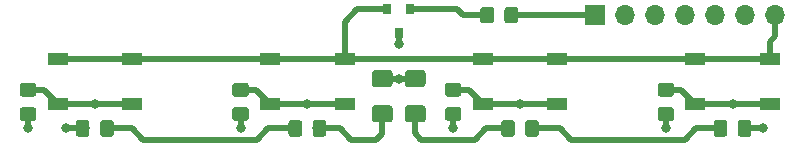
<source format=gbr>
G04 #@! TF.GenerationSoftware,KiCad,Pcbnew,(5.1.0)-1*
G04 #@! TF.CreationDate,2022-02-25T22:57:01-08:00*
G04 #@! TF.ProjectId,BTNPAD_TYPE_B,42544e50-4144-45f5-9459-50455f422e6b,rev?*
G04 #@! TF.SameCoordinates,PX7541940PY6316b30*
G04 #@! TF.FileFunction,Copper,L1,Top*
G04 #@! TF.FilePolarity,Positive*
%FSLAX45Y45*%
G04 Gerber Fmt 4.5, Leading zero omitted, Abs format (unit mm)*
G04 Created by KiCad (PCBNEW (5.1.0)-1) date 2022-02-25 22:57:01*
%MOMM*%
%LPD*%
G04 APERTURE LIST*
%ADD10C,0.100000*%
%ADD11C,1.150000*%
%ADD12R,1.700000X1.700000*%
%ADD13O,1.700000X1.700000*%
%ADD14R,0.800000X0.900000*%
%ADD15C,1.425000*%
%ADD16R,1.700000X1.000000*%
%ADD17C,0.800000*%
%ADD18C,0.500000*%
G04 APERTURE END LIST*
D10*
G36*
X1537750Y420880D02*
G01*
X1540177Y420520D01*
X1542557Y419923D01*
X1544867Y419097D01*
X1547085Y418048D01*
X1549189Y416787D01*
X1551160Y415325D01*
X1552978Y413678D01*
X1554625Y411860D01*
X1556087Y409889D01*
X1557348Y407785D01*
X1558397Y405567D01*
X1559223Y403257D01*
X1559820Y400877D01*
X1560180Y398450D01*
X1560300Y396000D01*
X1560300Y306000D01*
X1560180Y303550D01*
X1559820Y301123D01*
X1559223Y298743D01*
X1558397Y296433D01*
X1557348Y294215D01*
X1556087Y292111D01*
X1554625Y290140D01*
X1552978Y288322D01*
X1551160Y286675D01*
X1549189Y285213D01*
X1547085Y283952D01*
X1544867Y282903D01*
X1542557Y282077D01*
X1540177Y281480D01*
X1537750Y281120D01*
X1535300Y281000D01*
X1470300Y281000D01*
X1467849Y281120D01*
X1465423Y281480D01*
X1463043Y282077D01*
X1460733Y282903D01*
X1458515Y283952D01*
X1456411Y285213D01*
X1454440Y286675D01*
X1452622Y288322D01*
X1450975Y290140D01*
X1449513Y292111D01*
X1448252Y294215D01*
X1447203Y296433D01*
X1446376Y298743D01*
X1445780Y301123D01*
X1445420Y303550D01*
X1445300Y306000D01*
X1445300Y396000D01*
X1445420Y398450D01*
X1445780Y400877D01*
X1446376Y403257D01*
X1447203Y405567D01*
X1448252Y407785D01*
X1449513Y409889D01*
X1450975Y411860D01*
X1452622Y413678D01*
X1454440Y415325D01*
X1456411Y416787D01*
X1458515Y418048D01*
X1460733Y419097D01*
X1463043Y419923D01*
X1465423Y420520D01*
X1467849Y420880D01*
X1470300Y421000D01*
X1535300Y421000D01*
X1537750Y420880D01*
X1537750Y420880D01*
G37*
D11*
X1502800Y351000D03*
D10*
G36*
X1332751Y420880D02*
G01*
X1335177Y420520D01*
X1337557Y419923D01*
X1339867Y419097D01*
X1342085Y418048D01*
X1344189Y416787D01*
X1346160Y415325D01*
X1347978Y413678D01*
X1349625Y411860D01*
X1351087Y409889D01*
X1352348Y407785D01*
X1353397Y405567D01*
X1354224Y403257D01*
X1354820Y400877D01*
X1355180Y398450D01*
X1355300Y396000D01*
X1355300Y306000D01*
X1355180Y303550D01*
X1354820Y301123D01*
X1354224Y298743D01*
X1353397Y296433D01*
X1352348Y294215D01*
X1351087Y292111D01*
X1349625Y290140D01*
X1347978Y288322D01*
X1346160Y286675D01*
X1344189Y285213D01*
X1342085Y283952D01*
X1339867Y282903D01*
X1337557Y282077D01*
X1335177Y281480D01*
X1332751Y281120D01*
X1330300Y281000D01*
X1265300Y281000D01*
X1262850Y281120D01*
X1260423Y281480D01*
X1258043Y282077D01*
X1255733Y282903D01*
X1253515Y283952D01*
X1251411Y285213D01*
X1249440Y286675D01*
X1247622Y288322D01*
X1245975Y290140D01*
X1244513Y292111D01*
X1243252Y294215D01*
X1242203Y296433D01*
X1241377Y298743D01*
X1240780Y301123D01*
X1240420Y303550D01*
X1240300Y306000D01*
X1240300Y396000D01*
X1240420Y398450D01*
X1240780Y400877D01*
X1241377Y403257D01*
X1242203Y405567D01*
X1243252Y407785D01*
X1244513Y409889D01*
X1245975Y411860D01*
X1247622Y413678D01*
X1249440Y415325D01*
X1251411Y416787D01*
X1253515Y418048D01*
X1255733Y419097D01*
X1258043Y419923D01*
X1260423Y420520D01*
X1262850Y420880D01*
X1265300Y421000D01*
X1330300Y421000D01*
X1332751Y420880D01*
X1332751Y420880D01*
G37*
D11*
X1297800Y351000D03*
D10*
G36*
X3132750Y420880D02*
G01*
X3135177Y420520D01*
X3137557Y419923D01*
X3139867Y419097D01*
X3142085Y418048D01*
X3144189Y416787D01*
X3146160Y415325D01*
X3147978Y413678D01*
X3149625Y411860D01*
X3151087Y409889D01*
X3152348Y407785D01*
X3153397Y405567D01*
X3154223Y403257D01*
X3154820Y400877D01*
X3155180Y398450D01*
X3155300Y396000D01*
X3155300Y306000D01*
X3155180Y303550D01*
X3154820Y301123D01*
X3154223Y298743D01*
X3153397Y296433D01*
X3152348Y294215D01*
X3151087Y292111D01*
X3149625Y290140D01*
X3147978Y288322D01*
X3146160Y286675D01*
X3144189Y285213D01*
X3142085Y283952D01*
X3139867Y282903D01*
X3137557Y282077D01*
X3135177Y281480D01*
X3132750Y281120D01*
X3130300Y281000D01*
X3065300Y281000D01*
X3062849Y281120D01*
X3060423Y281480D01*
X3058043Y282077D01*
X3055733Y282903D01*
X3053515Y283952D01*
X3051411Y285213D01*
X3049440Y286675D01*
X3047622Y288322D01*
X3045975Y290140D01*
X3044513Y292111D01*
X3043252Y294215D01*
X3042203Y296433D01*
X3041376Y298743D01*
X3040780Y301123D01*
X3040420Y303550D01*
X3040300Y306000D01*
X3040300Y396000D01*
X3040420Y398450D01*
X3040780Y400877D01*
X3041376Y403257D01*
X3042203Y405567D01*
X3043252Y407785D01*
X3044513Y409889D01*
X3045975Y411860D01*
X3047622Y413678D01*
X3049440Y415325D01*
X3051411Y416787D01*
X3053515Y418048D01*
X3055733Y419097D01*
X3058043Y419923D01*
X3060423Y420520D01*
X3062849Y420880D01*
X3065300Y421000D01*
X3130300Y421000D01*
X3132750Y420880D01*
X3132750Y420880D01*
G37*
D11*
X3097800Y351000D03*
D10*
G36*
X3337750Y420880D02*
G01*
X3340177Y420520D01*
X3342557Y419923D01*
X3344867Y419097D01*
X3347085Y418048D01*
X3349189Y416787D01*
X3351160Y415325D01*
X3352978Y413678D01*
X3354625Y411860D01*
X3356087Y409889D01*
X3357348Y407785D01*
X3358397Y405567D01*
X3359223Y403257D01*
X3359820Y400877D01*
X3360180Y398450D01*
X3360300Y396000D01*
X3360300Y306000D01*
X3360180Y303550D01*
X3359820Y301123D01*
X3359223Y298743D01*
X3358397Y296433D01*
X3357348Y294215D01*
X3356087Y292111D01*
X3354625Y290140D01*
X3352978Y288322D01*
X3351160Y286675D01*
X3349189Y285213D01*
X3347085Y283952D01*
X3344867Y282903D01*
X3342557Y282077D01*
X3340177Y281480D01*
X3337750Y281120D01*
X3335300Y281000D01*
X3270300Y281000D01*
X3267849Y281120D01*
X3265423Y281480D01*
X3263043Y282077D01*
X3260733Y282903D01*
X3258515Y283952D01*
X3256411Y285213D01*
X3254440Y286675D01*
X3252622Y288322D01*
X3250975Y290140D01*
X3249513Y292111D01*
X3248252Y294215D01*
X3247203Y296433D01*
X3246376Y298743D01*
X3245780Y301123D01*
X3245420Y303550D01*
X3245300Y306000D01*
X3245300Y396000D01*
X3245420Y398450D01*
X3245780Y400877D01*
X3246376Y403257D01*
X3247203Y405567D01*
X3248252Y407785D01*
X3249513Y409889D01*
X3250975Y411860D01*
X3252622Y413678D01*
X3254440Y415325D01*
X3256411Y416787D01*
X3258515Y418048D01*
X3260733Y419097D01*
X3263043Y419923D01*
X3265423Y420520D01*
X3267849Y420880D01*
X3270300Y421000D01*
X3335300Y421000D01*
X3337750Y420880D01*
X3337750Y420880D01*
G37*
D11*
X3302800Y351000D03*
D10*
G36*
X4932751Y420880D02*
G01*
X4935177Y420520D01*
X4937557Y419923D01*
X4939867Y419097D01*
X4942085Y418048D01*
X4944189Y416787D01*
X4946160Y415325D01*
X4947978Y413678D01*
X4949625Y411860D01*
X4951087Y409889D01*
X4952348Y407785D01*
X4953397Y405567D01*
X4954224Y403257D01*
X4954820Y400877D01*
X4955180Y398450D01*
X4955300Y396000D01*
X4955300Y306000D01*
X4955180Y303550D01*
X4954820Y301123D01*
X4954224Y298743D01*
X4953397Y296433D01*
X4952348Y294215D01*
X4951087Y292111D01*
X4949625Y290140D01*
X4947978Y288322D01*
X4946160Y286675D01*
X4944189Y285213D01*
X4942085Y283952D01*
X4939867Y282903D01*
X4937557Y282077D01*
X4935177Y281480D01*
X4932751Y281120D01*
X4930300Y281000D01*
X4865300Y281000D01*
X4862850Y281120D01*
X4860423Y281480D01*
X4858043Y282077D01*
X4855733Y282903D01*
X4853515Y283952D01*
X4851411Y285213D01*
X4849440Y286675D01*
X4847622Y288322D01*
X4845975Y290140D01*
X4844513Y292111D01*
X4843252Y294215D01*
X4842203Y296433D01*
X4841377Y298743D01*
X4840780Y301123D01*
X4840420Y303550D01*
X4840300Y306000D01*
X4840300Y396000D01*
X4840420Y398450D01*
X4840780Y400877D01*
X4841377Y403257D01*
X4842203Y405567D01*
X4843252Y407785D01*
X4844513Y409889D01*
X4845975Y411860D01*
X4847622Y413678D01*
X4849440Y415325D01*
X4851411Y416787D01*
X4853515Y418048D01*
X4855733Y419097D01*
X4858043Y419923D01*
X4860423Y420520D01*
X4862850Y420880D01*
X4865300Y421000D01*
X4930300Y421000D01*
X4932751Y420880D01*
X4932751Y420880D01*
G37*
D11*
X4897800Y351000D03*
D10*
G36*
X5137751Y420880D02*
G01*
X5140177Y420520D01*
X5142557Y419923D01*
X5144867Y419097D01*
X5147085Y418048D01*
X5149189Y416787D01*
X5151160Y415325D01*
X5152978Y413678D01*
X5154625Y411860D01*
X5156087Y409889D01*
X5157348Y407785D01*
X5158397Y405567D01*
X5159224Y403257D01*
X5159820Y400877D01*
X5160180Y398450D01*
X5160300Y396000D01*
X5160300Y306000D01*
X5160180Y303550D01*
X5159820Y301123D01*
X5159224Y298743D01*
X5158397Y296433D01*
X5157348Y294215D01*
X5156087Y292111D01*
X5154625Y290140D01*
X5152978Y288322D01*
X5151160Y286675D01*
X5149189Y285213D01*
X5147085Y283952D01*
X5144867Y282903D01*
X5142557Y282077D01*
X5140177Y281480D01*
X5137751Y281120D01*
X5135300Y281000D01*
X5070300Y281000D01*
X5067850Y281120D01*
X5065423Y281480D01*
X5063043Y282077D01*
X5060733Y282903D01*
X5058515Y283952D01*
X5056411Y285213D01*
X5054440Y286675D01*
X5052622Y288322D01*
X5050975Y290140D01*
X5049513Y292111D01*
X5048252Y294215D01*
X5047203Y296433D01*
X5046377Y298743D01*
X5045780Y301123D01*
X5045420Y303550D01*
X5045300Y306000D01*
X5045300Y396000D01*
X5045420Y398450D01*
X5045780Y400877D01*
X5046377Y403257D01*
X5047203Y405567D01*
X5048252Y407785D01*
X5049513Y409889D01*
X5050975Y411860D01*
X5052622Y413678D01*
X5054440Y415325D01*
X5056411Y416787D01*
X5058515Y418048D01*
X5060733Y419097D01*
X5063043Y419923D01*
X5065423Y420520D01*
X5067850Y420880D01*
X5070300Y421000D01*
X5135300Y421000D01*
X5137751Y420880D01*
X5137751Y420880D01*
G37*
D11*
X5102800Y351000D03*
D10*
G36*
X6937750Y420880D02*
G01*
X6940177Y420520D01*
X6942557Y419923D01*
X6944867Y419097D01*
X6947085Y418048D01*
X6949189Y416787D01*
X6951160Y415325D01*
X6952978Y413678D01*
X6954625Y411860D01*
X6956087Y409889D01*
X6957348Y407785D01*
X6958397Y405567D01*
X6959223Y403257D01*
X6959820Y400877D01*
X6960180Y398450D01*
X6960300Y396000D01*
X6960300Y306000D01*
X6960180Y303550D01*
X6959820Y301123D01*
X6959223Y298743D01*
X6958397Y296433D01*
X6957348Y294215D01*
X6956087Y292111D01*
X6954625Y290140D01*
X6952978Y288322D01*
X6951160Y286675D01*
X6949189Y285213D01*
X6947085Y283952D01*
X6944867Y282903D01*
X6942557Y282077D01*
X6940177Y281480D01*
X6937750Y281120D01*
X6935300Y281000D01*
X6870300Y281000D01*
X6867849Y281120D01*
X6865423Y281480D01*
X6863043Y282077D01*
X6860733Y282903D01*
X6858515Y283952D01*
X6856411Y285213D01*
X6854440Y286675D01*
X6852622Y288322D01*
X6850975Y290140D01*
X6849513Y292111D01*
X6848252Y294215D01*
X6847203Y296433D01*
X6846376Y298743D01*
X6845780Y301123D01*
X6845420Y303550D01*
X6845300Y306000D01*
X6845300Y396000D01*
X6845420Y398450D01*
X6845780Y400877D01*
X6846376Y403257D01*
X6847203Y405567D01*
X6848252Y407785D01*
X6849513Y409889D01*
X6850975Y411860D01*
X6852622Y413678D01*
X6854440Y415325D01*
X6856411Y416787D01*
X6858515Y418048D01*
X6860733Y419097D01*
X6863043Y419923D01*
X6865423Y420520D01*
X6867849Y420880D01*
X6870300Y421000D01*
X6935300Y421000D01*
X6937750Y420880D01*
X6937750Y420880D01*
G37*
D11*
X6902800Y351000D03*
D10*
G36*
X6732750Y420880D02*
G01*
X6735177Y420520D01*
X6737557Y419923D01*
X6739867Y419097D01*
X6742085Y418048D01*
X6744189Y416787D01*
X6746160Y415325D01*
X6747978Y413678D01*
X6749625Y411860D01*
X6751087Y409889D01*
X6752348Y407785D01*
X6753397Y405567D01*
X6754223Y403257D01*
X6754820Y400877D01*
X6755180Y398450D01*
X6755300Y396000D01*
X6755300Y306000D01*
X6755180Y303550D01*
X6754820Y301123D01*
X6754223Y298743D01*
X6753397Y296433D01*
X6752348Y294215D01*
X6751087Y292111D01*
X6749625Y290140D01*
X6747978Y288322D01*
X6746160Y286675D01*
X6744189Y285213D01*
X6742085Y283952D01*
X6739867Y282903D01*
X6737557Y282077D01*
X6735177Y281480D01*
X6732750Y281120D01*
X6730300Y281000D01*
X6665300Y281000D01*
X6662849Y281120D01*
X6660423Y281480D01*
X6658043Y282077D01*
X6655733Y282903D01*
X6653515Y283952D01*
X6651411Y285213D01*
X6649440Y286675D01*
X6647622Y288322D01*
X6645975Y290140D01*
X6644513Y292111D01*
X6643252Y294215D01*
X6642203Y296433D01*
X6641376Y298743D01*
X6640780Y301123D01*
X6640420Y303550D01*
X6640300Y306000D01*
X6640300Y396000D01*
X6640420Y398450D01*
X6640780Y400877D01*
X6641376Y403257D01*
X6642203Y405567D01*
X6643252Y407785D01*
X6644513Y409889D01*
X6645975Y411860D01*
X6647622Y413678D01*
X6649440Y415325D01*
X6651411Y416787D01*
X6653515Y418048D01*
X6655733Y419097D01*
X6658043Y419923D01*
X6660423Y420520D01*
X6662849Y420880D01*
X6665300Y421000D01*
X6730300Y421000D01*
X6732750Y420880D01*
X6732750Y420880D01*
G37*
D11*
X6697800Y351000D03*
D12*
X5637200Y1309700D03*
D13*
X5891200Y1309700D03*
X6145200Y1309700D03*
X6399200Y1309700D03*
X6653200Y1309700D03*
X6907200Y1309700D03*
X7161200Y1309700D03*
D14*
X4068500Y1361440D03*
X3878500Y1361440D03*
X3973500Y1161440D03*
D10*
G36*
X882750Y735080D02*
G01*
X885177Y734720D01*
X887557Y734123D01*
X889867Y733297D01*
X892085Y732248D01*
X894189Y730987D01*
X896160Y729525D01*
X897978Y727878D01*
X899625Y726060D01*
X901087Y724089D01*
X902348Y721985D01*
X903397Y719767D01*
X904223Y717457D01*
X904820Y715077D01*
X905180Y712650D01*
X905300Y710200D01*
X905300Y645200D01*
X905180Y642750D01*
X904820Y640323D01*
X904223Y637943D01*
X903397Y635633D01*
X902348Y633415D01*
X901087Y631311D01*
X899625Y629340D01*
X897978Y627522D01*
X896160Y625875D01*
X894189Y624413D01*
X892085Y623152D01*
X889867Y622103D01*
X887557Y621277D01*
X885177Y620680D01*
X882750Y620320D01*
X880300Y620200D01*
X790300Y620200D01*
X787849Y620320D01*
X785423Y620680D01*
X783043Y621277D01*
X780733Y622103D01*
X778515Y623152D01*
X776411Y624413D01*
X774440Y625875D01*
X772622Y627522D01*
X770975Y629340D01*
X769513Y631311D01*
X768252Y633415D01*
X767203Y635633D01*
X766376Y637943D01*
X765780Y640323D01*
X765420Y642750D01*
X765300Y645200D01*
X765300Y710200D01*
X765420Y712650D01*
X765780Y715077D01*
X766376Y717457D01*
X767203Y719767D01*
X768252Y721985D01*
X769513Y724089D01*
X770975Y726060D01*
X772622Y727878D01*
X774440Y729525D01*
X776411Y730987D01*
X778515Y732248D01*
X780733Y733297D01*
X783043Y734123D01*
X785423Y734720D01*
X787849Y735080D01*
X790300Y735200D01*
X880300Y735200D01*
X882750Y735080D01*
X882750Y735080D01*
G37*
D11*
X835300Y677700D03*
D10*
G36*
X882750Y530080D02*
G01*
X885177Y529720D01*
X887557Y529124D01*
X889867Y528297D01*
X892085Y527248D01*
X894189Y525987D01*
X896160Y524525D01*
X897978Y522878D01*
X899625Y521060D01*
X901087Y519089D01*
X902348Y516985D01*
X903397Y514767D01*
X904223Y512457D01*
X904820Y510077D01*
X905180Y507650D01*
X905300Y505200D01*
X905300Y440200D01*
X905180Y437749D01*
X904820Y435323D01*
X904223Y432943D01*
X903397Y430633D01*
X902348Y428415D01*
X901087Y426311D01*
X899625Y424340D01*
X897978Y422522D01*
X896160Y420875D01*
X894189Y419413D01*
X892085Y418152D01*
X889867Y417103D01*
X887557Y416276D01*
X885177Y415680D01*
X882750Y415320D01*
X880300Y415200D01*
X790300Y415200D01*
X787849Y415320D01*
X785423Y415680D01*
X783043Y416276D01*
X780733Y417103D01*
X778515Y418152D01*
X776411Y419413D01*
X774440Y420875D01*
X772622Y422522D01*
X770975Y424340D01*
X769513Y426311D01*
X768252Y428415D01*
X767203Y430633D01*
X766376Y432943D01*
X765780Y435323D01*
X765420Y437749D01*
X765300Y440200D01*
X765300Y505200D01*
X765420Y507650D01*
X765780Y510077D01*
X766376Y512457D01*
X767203Y514767D01*
X768252Y516985D01*
X769513Y519089D01*
X770975Y521060D01*
X772622Y522878D01*
X774440Y524525D01*
X776411Y525987D01*
X778515Y527248D01*
X780733Y528297D01*
X783043Y529124D01*
X785423Y529720D01*
X787849Y530080D01*
X790300Y530200D01*
X880300Y530200D01*
X882750Y530080D01*
X882750Y530080D01*
G37*
D11*
X835300Y472700D03*
D10*
G36*
X2682751Y530080D02*
G01*
X2685177Y529720D01*
X2687557Y529124D01*
X2689867Y528297D01*
X2692085Y527248D01*
X2694189Y525987D01*
X2696160Y524525D01*
X2697978Y522878D01*
X2699625Y521060D01*
X2701087Y519089D01*
X2702348Y516985D01*
X2703397Y514767D01*
X2704224Y512457D01*
X2704820Y510077D01*
X2705180Y507650D01*
X2705300Y505200D01*
X2705300Y440200D01*
X2705180Y437749D01*
X2704820Y435323D01*
X2704224Y432943D01*
X2703397Y430633D01*
X2702348Y428415D01*
X2701087Y426311D01*
X2699625Y424340D01*
X2697978Y422522D01*
X2696160Y420875D01*
X2694189Y419413D01*
X2692085Y418152D01*
X2689867Y417103D01*
X2687557Y416276D01*
X2685177Y415680D01*
X2682751Y415320D01*
X2680300Y415200D01*
X2590300Y415200D01*
X2587850Y415320D01*
X2585423Y415680D01*
X2583043Y416276D01*
X2580733Y417103D01*
X2578515Y418152D01*
X2576411Y419413D01*
X2574440Y420875D01*
X2572622Y422522D01*
X2570975Y424340D01*
X2569513Y426311D01*
X2568252Y428415D01*
X2567203Y430633D01*
X2566377Y432943D01*
X2565780Y435323D01*
X2565420Y437749D01*
X2565300Y440200D01*
X2565300Y505200D01*
X2565420Y507650D01*
X2565780Y510077D01*
X2566377Y512457D01*
X2567203Y514767D01*
X2568252Y516985D01*
X2569513Y519089D01*
X2570975Y521060D01*
X2572622Y522878D01*
X2574440Y524525D01*
X2576411Y525987D01*
X2578515Y527248D01*
X2580733Y528297D01*
X2583043Y529124D01*
X2585423Y529720D01*
X2587850Y530080D01*
X2590300Y530200D01*
X2680300Y530200D01*
X2682751Y530080D01*
X2682751Y530080D01*
G37*
D11*
X2635300Y472700D03*
D10*
G36*
X2682751Y735080D02*
G01*
X2685177Y734720D01*
X2687557Y734123D01*
X2689867Y733297D01*
X2692085Y732248D01*
X2694189Y730987D01*
X2696160Y729525D01*
X2697978Y727878D01*
X2699625Y726060D01*
X2701087Y724089D01*
X2702348Y721985D01*
X2703397Y719767D01*
X2704224Y717457D01*
X2704820Y715077D01*
X2705180Y712650D01*
X2705300Y710200D01*
X2705300Y645200D01*
X2705180Y642750D01*
X2704820Y640323D01*
X2704224Y637943D01*
X2703397Y635633D01*
X2702348Y633415D01*
X2701087Y631311D01*
X2699625Y629340D01*
X2697978Y627522D01*
X2696160Y625875D01*
X2694189Y624413D01*
X2692085Y623152D01*
X2689867Y622103D01*
X2687557Y621277D01*
X2685177Y620680D01*
X2682751Y620320D01*
X2680300Y620200D01*
X2590300Y620200D01*
X2587850Y620320D01*
X2585423Y620680D01*
X2583043Y621277D01*
X2580733Y622103D01*
X2578515Y623152D01*
X2576411Y624413D01*
X2574440Y625875D01*
X2572622Y627522D01*
X2570975Y629340D01*
X2569513Y631311D01*
X2568252Y633415D01*
X2567203Y635633D01*
X2566377Y637943D01*
X2565780Y640323D01*
X2565420Y642750D01*
X2565300Y645200D01*
X2565300Y710200D01*
X2565420Y712650D01*
X2565780Y715077D01*
X2566377Y717457D01*
X2567203Y719767D01*
X2568252Y721985D01*
X2569513Y724089D01*
X2570975Y726060D01*
X2572622Y727878D01*
X2574440Y729525D01*
X2576411Y730987D01*
X2578515Y732248D01*
X2580733Y733297D01*
X2583043Y734123D01*
X2585423Y734720D01*
X2587850Y735080D01*
X2590300Y735200D01*
X2680300Y735200D01*
X2682751Y735080D01*
X2682751Y735080D01*
G37*
D11*
X2635300Y677700D03*
D10*
G36*
X4482751Y735080D02*
G01*
X4485177Y734720D01*
X4487557Y734123D01*
X4489867Y733297D01*
X4492085Y732248D01*
X4494189Y730987D01*
X4496160Y729525D01*
X4497978Y727878D01*
X4499625Y726060D01*
X4501087Y724089D01*
X4502348Y721985D01*
X4503397Y719767D01*
X4504224Y717457D01*
X4504820Y715077D01*
X4505180Y712650D01*
X4505300Y710200D01*
X4505300Y645200D01*
X4505180Y642750D01*
X4504820Y640323D01*
X4504224Y637943D01*
X4503397Y635633D01*
X4502348Y633415D01*
X4501087Y631311D01*
X4499625Y629340D01*
X4497978Y627522D01*
X4496160Y625875D01*
X4494189Y624413D01*
X4492085Y623152D01*
X4489867Y622103D01*
X4487557Y621277D01*
X4485177Y620680D01*
X4482751Y620320D01*
X4480300Y620200D01*
X4390300Y620200D01*
X4387850Y620320D01*
X4385423Y620680D01*
X4383043Y621277D01*
X4380733Y622103D01*
X4378515Y623152D01*
X4376411Y624413D01*
X4374440Y625875D01*
X4372622Y627522D01*
X4370975Y629340D01*
X4369513Y631311D01*
X4368252Y633415D01*
X4367203Y635633D01*
X4366377Y637943D01*
X4365780Y640323D01*
X4365420Y642750D01*
X4365300Y645200D01*
X4365300Y710200D01*
X4365420Y712650D01*
X4365780Y715077D01*
X4366377Y717457D01*
X4367203Y719767D01*
X4368252Y721985D01*
X4369513Y724089D01*
X4370975Y726060D01*
X4372622Y727878D01*
X4374440Y729525D01*
X4376411Y730987D01*
X4378515Y732248D01*
X4380733Y733297D01*
X4383043Y734123D01*
X4385423Y734720D01*
X4387850Y735080D01*
X4390300Y735200D01*
X4480300Y735200D01*
X4482751Y735080D01*
X4482751Y735080D01*
G37*
D11*
X4435300Y677700D03*
D10*
G36*
X4482751Y530080D02*
G01*
X4485177Y529720D01*
X4487557Y529124D01*
X4489867Y528297D01*
X4492085Y527248D01*
X4494189Y525987D01*
X4496160Y524525D01*
X4497978Y522878D01*
X4499625Y521060D01*
X4501087Y519089D01*
X4502348Y516985D01*
X4503397Y514767D01*
X4504224Y512457D01*
X4504820Y510077D01*
X4505180Y507650D01*
X4505300Y505200D01*
X4505300Y440200D01*
X4505180Y437749D01*
X4504820Y435323D01*
X4504224Y432943D01*
X4503397Y430633D01*
X4502348Y428415D01*
X4501087Y426311D01*
X4499625Y424340D01*
X4497978Y422522D01*
X4496160Y420875D01*
X4494189Y419413D01*
X4492085Y418152D01*
X4489867Y417103D01*
X4487557Y416276D01*
X4485177Y415680D01*
X4482751Y415320D01*
X4480300Y415200D01*
X4390300Y415200D01*
X4387850Y415320D01*
X4385423Y415680D01*
X4383043Y416276D01*
X4380733Y417103D01*
X4378515Y418152D01*
X4376411Y419413D01*
X4374440Y420875D01*
X4372622Y422522D01*
X4370975Y424340D01*
X4369513Y426311D01*
X4368252Y428415D01*
X4367203Y430633D01*
X4366377Y432943D01*
X4365780Y435323D01*
X4365420Y437749D01*
X4365300Y440200D01*
X4365300Y505200D01*
X4365420Y507650D01*
X4365780Y510077D01*
X4366377Y512457D01*
X4367203Y514767D01*
X4368252Y516985D01*
X4369513Y519089D01*
X4370975Y521060D01*
X4372622Y522878D01*
X4374440Y524525D01*
X4376411Y525987D01*
X4378515Y527248D01*
X4380733Y528297D01*
X4383043Y529124D01*
X4385423Y529720D01*
X4387850Y530080D01*
X4390300Y530200D01*
X4480300Y530200D01*
X4482751Y530080D01*
X4482751Y530080D01*
G37*
D11*
X4435300Y472700D03*
D10*
G36*
X6282750Y530080D02*
G01*
X6285177Y529720D01*
X6287557Y529124D01*
X6289867Y528297D01*
X6292085Y527248D01*
X6294189Y525987D01*
X6296160Y524525D01*
X6297978Y522878D01*
X6299625Y521060D01*
X6301087Y519089D01*
X6302348Y516985D01*
X6303397Y514767D01*
X6304223Y512457D01*
X6304820Y510077D01*
X6305180Y507650D01*
X6305300Y505200D01*
X6305300Y440200D01*
X6305180Y437749D01*
X6304820Y435323D01*
X6304223Y432943D01*
X6303397Y430633D01*
X6302348Y428415D01*
X6301087Y426311D01*
X6299625Y424340D01*
X6297978Y422522D01*
X6296160Y420875D01*
X6294189Y419413D01*
X6292085Y418152D01*
X6289867Y417103D01*
X6287557Y416276D01*
X6285177Y415680D01*
X6282750Y415320D01*
X6280300Y415200D01*
X6190300Y415200D01*
X6187849Y415320D01*
X6185423Y415680D01*
X6183043Y416276D01*
X6180733Y417103D01*
X6178515Y418152D01*
X6176411Y419413D01*
X6174440Y420875D01*
X6172622Y422522D01*
X6170975Y424340D01*
X6169513Y426311D01*
X6168252Y428415D01*
X6167203Y430633D01*
X6166376Y432943D01*
X6165780Y435323D01*
X6165420Y437749D01*
X6165300Y440200D01*
X6165300Y505200D01*
X6165420Y507650D01*
X6165780Y510077D01*
X6166376Y512457D01*
X6167203Y514767D01*
X6168252Y516985D01*
X6169513Y519089D01*
X6170975Y521060D01*
X6172622Y522878D01*
X6174440Y524525D01*
X6176411Y525987D01*
X6178515Y527248D01*
X6180733Y528297D01*
X6183043Y529124D01*
X6185423Y529720D01*
X6187849Y530080D01*
X6190300Y530200D01*
X6280300Y530200D01*
X6282750Y530080D01*
X6282750Y530080D01*
G37*
D11*
X6235300Y472700D03*
D10*
G36*
X6282750Y735080D02*
G01*
X6285177Y734720D01*
X6287557Y734123D01*
X6289867Y733297D01*
X6292085Y732248D01*
X6294189Y730987D01*
X6296160Y729525D01*
X6297978Y727878D01*
X6299625Y726060D01*
X6301087Y724089D01*
X6302348Y721985D01*
X6303397Y719767D01*
X6304223Y717457D01*
X6304820Y715077D01*
X6305180Y712650D01*
X6305300Y710200D01*
X6305300Y645200D01*
X6305180Y642750D01*
X6304820Y640323D01*
X6304223Y637943D01*
X6303397Y635633D01*
X6302348Y633415D01*
X6301087Y631311D01*
X6299625Y629340D01*
X6297978Y627522D01*
X6296160Y625875D01*
X6294189Y624413D01*
X6292085Y623152D01*
X6289867Y622103D01*
X6287557Y621277D01*
X6285177Y620680D01*
X6282750Y620320D01*
X6280300Y620200D01*
X6190300Y620200D01*
X6187849Y620320D01*
X6185423Y620680D01*
X6183043Y621277D01*
X6180733Y622103D01*
X6178515Y623152D01*
X6176411Y624413D01*
X6174440Y625875D01*
X6172622Y627522D01*
X6170975Y629340D01*
X6169513Y631311D01*
X6168252Y633415D01*
X6167203Y635633D01*
X6166376Y637943D01*
X6165780Y640323D01*
X6165420Y642750D01*
X6165300Y645200D01*
X6165300Y710200D01*
X6165420Y712650D01*
X6165780Y715077D01*
X6166376Y717457D01*
X6167203Y719767D01*
X6168252Y721985D01*
X6169513Y724089D01*
X6170975Y726060D01*
X6172622Y727878D01*
X6174440Y729525D01*
X6176411Y730987D01*
X6178515Y732248D01*
X6180733Y733297D01*
X6183043Y734123D01*
X6185423Y734720D01*
X6187849Y735080D01*
X6190300Y735200D01*
X6280300Y735200D01*
X6282750Y735080D01*
X6282750Y735080D01*
G37*
D11*
X6235300Y677700D03*
D10*
G36*
X4961851Y1379580D02*
G01*
X4964277Y1379220D01*
X4966657Y1378624D01*
X4968967Y1377797D01*
X4971185Y1376748D01*
X4973289Y1375487D01*
X4975260Y1374025D01*
X4977078Y1372378D01*
X4978725Y1370560D01*
X4980187Y1368589D01*
X4981448Y1366485D01*
X4982497Y1364267D01*
X4983324Y1361957D01*
X4983920Y1359577D01*
X4984280Y1357151D01*
X4984400Y1354700D01*
X4984400Y1264700D01*
X4984280Y1262250D01*
X4983920Y1259823D01*
X4983324Y1257443D01*
X4982497Y1255133D01*
X4981448Y1252915D01*
X4980187Y1250811D01*
X4978725Y1248840D01*
X4977078Y1247022D01*
X4975260Y1245375D01*
X4973289Y1243913D01*
X4971185Y1242652D01*
X4968967Y1241603D01*
X4966657Y1240777D01*
X4964277Y1240180D01*
X4961851Y1239820D01*
X4959400Y1239700D01*
X4894400Y1239700D01*
X4891950Y1239820D01*
X4889523Y1240180D01*
X4887143Y1240777D01*
X4884833Y1241603D01*
X4882615Y1242652D01*
X4880511Y1243913D01*
X4878540Y1245375D01*
X4876722Y1247022D01*
X4875075Y1248840D01*
X4873613Y1250811D01*
X4872352Y1252915D01*
X4871303Y1255133D01*
X4870477Y1257443D01*
X4869880Y1259823D01*
X4869520Y1262250D01*
X4869400Y1264700D01*
X4869400Y1354700D01*
X4869520Y1357151D01*
X4869880Y1359577D01*
X4870477Y1361957D01*
X4871303Y1364267D01*
X4872352Y1366485D01*
X4873613Y1368589D01*
X4875075Y1370560D01*
X4876722Y1372378D01*
X4878540Y1374025D01*
X4880511Y1375487D01*
X4882615Y1376748D01*
X4884833Y1377797D01*
X4887143Y1378624D01*
X4889523Y1379220D01*
X4891950Y1379580D01*
X4894400Y1379700D01*
X4959400Y1379700D01*
X4961851Y1379580D01*
X4961851Y1379580D01*
G37*
D11*
X4926900Y1309700D03*
D10*
G36*
X4756851Y1379580D02*
G01*
X4759277Y1379220D01*
X4761657Y1378624D01*
X4763967Y1377797D01*
X4766185Y1376748D01*
X4768289Y1375487D01*
X4770260Y1374025D01*
X4772078Y1372378D01*
X4773725Y1370560D01*
X4775187Y1368589D01*
X4776448Y1366485D01*
X4777497Y1364267D01*
X4778324Y1361957D01*
X4778920Y1359577D01*
X4779280Y1357151D01*
X4779400Y1354700D01*
X4779400Y1264700D01*
X4779280Y1262250D01*
X4778920Y1259823D01*
X4778324Y1257443D01*
X4777497Y1255133D01*
X4776448Y1252915D01*
X4775187Y1250811D01*
X4773725Y1248840D01*
X4772078Y1247022D01*
X4770260Y1245375D01*
X4768289Y1243913D01*
X4766185Y1242652D01*
X4763967Y1241603D01*
X4761657Y1240777D01*
X4759277Y1240180D01*
X4756851Y1239820D01*
X4754400Y1239700D01*
X4689400Y1239700D01*
X4686950Y1239820D01*
X4684523Y1240180D01*
X4682143Y1240777D01*
X4679833Y1241603D01*
X4677615Y1242652D01*
X4675511Y1243913D01*
X4673540Y1245375D01*
X4671722Y1247022D01*
X4670075Y1248840D01*
X4668613Y1250811D01*
X4667352Y1252915D01*
X4666303Y1255133D01*
X4665477Y1257443D01*
X4664880Y1259823D01*
X4664520Y1262250D01*
X4664400Y1264700D01*
X4664400Y1354700D01*
X4664520Y1357151D01*
X4664880Y1359577D01*
X4665477Y1361957D01*
X4666303Y1364267D01*
X4667352Y1366485D01*
X4668613Y1368589D01*
X4670075Y1370560D01*
X4671722Y1372378D01*
X4673540Y1374025D01*
X4675511Y1375487D01*
X4677615Y1376748D01*
X4679833Y1377797D01*
X4682143Y1378624D01*
X4684523Y1379220D01*
X4686950Y1379580D01*
X4689400Y1379700D01*
X4754400Y1379700D01*
X4756851Y1379580D01*
X4756851Y1379580D01*
G37*
D11*
X4721900Y1309700D03*
D10*
G36*
X3898750Y843080D02*
G01*
X3901177Y842720D01*
X3903557Y842123D01*
X3905867Y841297D01*
X3908085Y840248D01*
X3910189Y838987D01*
X3912160Y837525D01*
X3913978Y835878D01*
X3915625Y834060D01*
X3917087Y832089D01*
X3918348Y829985D01*
X3919397Y827767D01*
X3920223Y825457D01*
X3920820Y823077D01*
X3921180Y820650D01*
X3921300Y818200D01*
X3921300Y725700D01*
X3921180Y723250D01*
X3920820Y720823D01*
X3920223Y718443D01*
X3919397Y716133D01*
X3918348Y713915D01*
X3917087Y711811D01*
X3915625Y709840D01*
X3913978Y708022D01*
X3912160Y706375D01*
X3910189Y704913D01*
X3908085Y703652D01*
X3905867Y702603D01*
X3903557Y701776D01*
X3901177Y701180D01*
X3898750Y700820D01*
X3896300Y700700D01*
X3771300Y700700D01*
X3768850Y700820D01*
X3766423Y701180D01*
X3764043Y701776D01*
X3761733Y702603D01*
X3759515Y703652D01*
X3757411Y704913D01*
X3755440Y706375D01*
X3753622Y708022D01*
X3751975Y709840D01*
X3750513Y711811D01*
X3749252Y713915D01*
X3748203Y716133D01*
X3747376Y718443D01*
X3746780Y720823D01*
X3746420Y723250D01*
X3746300Y725700D01*
X3746300Y818200D01*
X3746420Y820650D01*
X3746780Y823077D01*
X3747376Y825457D01*
X3748203Y827767D01*
X3749252Y829985D01*
X3750513Y832089D01*
X3751975Y834060D01*
X3753622Y835878D01*
X3755440Y837525D01*
X3757411Y838987D01*
X3759515Y840248D01*
X3761733Y841297D01*
X3764043Y842123D01*
X3766423Y842720D01*
X3768850Y843080D01*
X3771300Y843200D01*
X3896300Y843200D01*
X3898750Y843080D01*
X3898750Y843080D01*
G37*
D15*
X3833800Y771950D03*
D10*
G36*
X3898750Y545580D02*
G01*
X3901177Y545220D01*
X3903557Y544624D01*
X3905867Y543797D01*
X3908085Y542748D01*
X3910189Y541487D01*
X3912160Y540025D01*
X3913978Y538378D01*
X3915625Y536560D01*
X3917087Y534589D01*
X3918348Y532485D01*
X3919397Y530267D01*
X3920223Y527957D01*
X3920820Y525577D01*
X3921180Y523150D01*
X3921300Y520700D01*
X3921300Y428200D01*
X3921180Y425750D01*
X3920820Y423323D01*
X3920223Y420943D01*
X3919397Y418633D01*
X3918348Y416415D01*
X3917087Y414311D01*
X3915625Y412340D01*
X3913978Y410522D01*
X3912160Y408875D01*
X3910189Y407413D01*
X3908085Y406152D01*
X3905867Y405103D01*
X3903557Y404276D01*
X3901177Y403680D01*
X3898750Y403320D01*
X3896300Y403200D01*
X3771300Y403200D01*
X3768850Y403320D01*
X3766423Y403680D01*
X3764043Y404276D01*
X3761733Y405103D01*
X3759515Y406152D01*
X3757411Y407413D01*
X3755440Y408875D01*
X3753622Y410522D01*
X3751975Y412340D01*
X3750513Y414311D01*
X3749252Y416415D01*
X3748203Y418633D01*
X3747376Y420943D01*
X3746780Y423323D01*
X3746420Y425750D01*
X3746300Y428200D01*
X3746300Y520700D01*
X3746420Y523150D01*
X3746780Y525577D01*
X3747376Y527957D01*
X3748203Y530267D01*
X3749252Y532485D01*
X3750513Y534589D01*
X3751975Y536560D01*
X3753622Y538378D01*
X3755440Y540025D01*
X3757411Y541487D01*
X3759515Y542748D01*
X3761733Y543797D01*
X3764043Y544624D01*
X3766423Y545220D01*
X3768850Y545580D01*
X3771300Y545700D01*
X3896300Y545700D01*
X3898750Y545580D01*
X3898750Y545580D01*
G37*
D15*
X3833800Y474450D03*
D10*
G36*
X4178150Y545580D02*
G01*
X4180577Y545220D01*
X4182957Y544624D01*
X4185267Y543797D01*
X4187485Y542748D01*
X4189589Y541487D01*
X4191560Y540025D01*
X4193378Y538378D01*
X4195025Y536560D01*
X4196487Y534589D01*
X4197748Y532485D01*
X4198797Y530267D01*
X4199624Y527957D01*
X4200220Y525577D01*
X4200580Y523150D01*
X4200700Y520700D01*
X4200700Y428200D01*
X4200580Y425750D01*
X4200220Y423323D01*
X4199624Y420943D01*
X4198797Y418633D01*
X4197748Y416415D01*
X4196487Y414311D01*
X4195025Y412340D01*
X4193378Y410522D01*
X4191560Y408875D01*
X4189589Y407413D01*
X4187485Y406152D01*
X4185267Y405103D01*
X4182957Y404276D01*
X4180577Y403680D01*
X4178150Y403320D01*
X4175700Y403200D01*
X4050700Y403200D01*
X4048250Y403320D01*
X4045823Y403680D01*
X4043443Y404276D01*
X4041133Y405103D01*
X4038915Y406152D01*
X4036811Y407413D01*
X4034840Y408875D01*
X4033022Y410522D01*
X4031375Y412340D01*
X4029913Y414311D01*
X4028652Y416415D01*
X4027603Y418633D01*
X4026776Y420943D01*
X4026180Y423323D01*
X4025820Y425750D01*
X4025700Y428200D01*
X4025700Y520700D01*
X4025820Y523150D01*
X4026180Y525577D01*
X4026776Y527957D01*
X4027603Y530267D01*
X4028652Y532485D01*
X4029913Y534589D01*
X4031375Y536560D01*
X4033022Y538378D01*
X4034840Y540025D01*
X4036811Y541487D01*
X4038915Y542748D01*
X4041133Y543797D01*
X4043443Y544624D01*
X4045823Y545220D01*
X4048250Y545580D01*
X4050700Y545700D01*
X4175700Y545700D01*
X4178150Y545580D01*
X4178150Y545580D01*
G37*
D15*
X4113200Y474450D03*
D10*
G36*
X4178150Y843080D02*
G01*
X4180577Y842720D01*
X4182957Y842123D01*
X4185267Y841297D01*
X4187485Y840248D01*
X4189589Y838987D01*
X4191560Y837525D01*
X4193378Y835878D01*
X4195025Y834060D01*
X4196487Y832089D01*
X4197748Y829985D01*
X4198797Y827767D01*
X4199624Y825457D01*
X4200220Y823077D01*
X4200580Y820650D01*
X4200700Y818200D01*
X4200700Y725700D01*
X4200580Y723250D01*
X4200220Y720823D01*
X4199624Y718443D01*
X4198797Y716133D01*
X4197748Y713915D01*
X4196487Y711811D01*
X4195025Y709840D01*
X4193378Y708022D01*
X4191560Y706375D01*
X4189589Y704913D01*
X4187485Y703652D01*
X4185267Y702603D01*
X4182957Y701776D01*
X4180577Y701180D01*
X4178150Y700820D01*
X4175700Y700700D01*
X4050700Y700700D01*
X4048250Y700820D01*
X4045823Y701180D01*
X4043443Y701776D01*
X4041133Y702603D01*
X4038915Y703652D01*
X4036811Y704913D01*
X4034840Y706375D01*
X4033022Y708022D01*
X4031375Y709840D01*
X4029913Y711811D01*
X4028652Y713915D01*
X4027603Y716133D01*
X4026776Y718443D01*
X4026180Y720823D01*
X4025820Y723250D01*
X4025700Y725700D01*
X4025700Y818200D01*
X4025820Y820650D01*
X4026180Y823077D01*
X4026776Y825457D01*
X4027603Y827767D01*
X4028652Y829985D01*
X4029913Y832089D01*
X4031375Y834060D01*
X4033022Y835878D01*
X4034840Y837525D01*
X4036811Y838987D01*
X4038915Y840248D01*
X4041133Y841297D01*
X4043443Y842123D01*
X4045823Y842720D01*
X4048250Y843080D01*
X4050700Y843200D01*
X4175700Y843200D01*
X4178150Y843080D01*
X4178150Y843080D01*
G37*
D15*
X4113200Y771950D03*
D16*
X1085300Y940200D03*
X1715300Y940200D03*
X1085300Y560200D03*
X1715300Y560200D03*
X3515300Y560200D03*
X2885300Y560200D03*
X3515300Y940200D03*
X2885300Y940200D03*
X4685300Y940200D03*
X5315300Y940200D03*
X4685300Y560200D03*
X5315300Y560200D03*
X7115300Y560200D03*
X6485300Y560200D03*
X7115300Y940200D03*
X6485300Y940200D03*
D17*
X1156640Y351000D03*
X7054520Y351000D03*
X835300Y351000D03*
X2635300Y351000D03*
X4435300Y351000D03*
X6235300Y351000D03*
X3973500Y1063320D03*
X3973500Y771950D03*
X1400300Y560200D03*
X3200300Y560200D03*
X5000300Y560200D03*
X6800300Y560200D03*
D18*
X2866880Y351000D02*
X3097800Y351000D01*
X2772080Y256200D02*
X2866880Y351000D01*
X1806880Y256200D02*
X2772080Y256200D01*
X1712080Y351000D02*
X1806880Y256200D01*
X1502800Y351000D02*
X1712080Y351000D01*
X1297800Y351000D02*
X1156640Y351000D01*
X6902800Y351000D02*
X7054520Y351000D01*
X835300Y351000D02*
X835300Y472700D01*
X2635300Y351000D02*
X2635300Y472700D01*
X4435300Y351000D02*
X4435300Y472700D01*
X6235300Y351000D02*
X6235300Y472700D01*
X7161200Y1309700D02*
X7161200Y1131392D01*
X7115300Y1085492D02*
X7115300Y940200D01*
X7161200Y1131392D02*
X7115300Y1085492D01*
X1085300Y940200D02*
X7115300Y940200D01*
X3878500Y1361440D02*
X3623920Y1361440D01*
X3515300Y1252820D02*
X3515300Y940200D01*
X3623920Y1361440D02*
X3515300Y1252820D01*
X4517060Y1309700D02*
X4721900Y1309700D01*
X4465320Y1361440D02*
X4517060Y1309700D01*
X4068500Y1361440D02*
X4465320Y1361440D01*
X3833800Y771950D02*
X4113200Y771950D01*
X3973500Y1161440D02*
X3973500Y1063320D01*
X3833800Y307000D02*
X3783000Y256200D01*
X3472900Y351000D02*
X3567700Y256200D01*
X3302800Y351000D02*
X3472900Y351000D01*
X3567700Y256200D02*
X3783000Y256200D01*
X3833800Y307000D02*
X3833800Y474450D01*
X4713460Y351000D02*
X4618660Y256200D01*
X4897800Y351000D02*
X4713460Y351000D01*
X4113200Y307600D02*
X4164600Y256200D01*
X4618660Y256200D02*
X4164600Y256200D01*
X4113200Y307600D02*
X4113200Y474450D01*
X6488920Y351000D02*
X6394120Y256200D01*
X6697800Y351000D02*
X6488920Y351000D01*
X5338600Y351000D02*
X5433400Y256200D01*
X5102800Y351000D02*
X5338600Y351000D01*
X5433400Y256200D02*
X6394120Y256200D01*
X5637200Y1309700D02*
X4926900Y1309700D01*
X1715300Y560200D02*
X1085300Y560200D01*
X967800Y677700D02*
X1085300Y560200D01*
X835300Y677700D02*
X967800Y677700D01*
X3515300Y560200D02*
X2885300Y560200D01*
X2767800Y677700D02*
X2885300Y560200D01*
X2635300Y677700D02*
X2767800Y677700D01*
X5315300Y560200D02*
X4685300Y560200D01*
X4567800Y677700D02*
X4685300Y560200D01*
X4435300Y677700D02*
X4567800Y677700D01*
X6485300Y560200D02*
X7115300Y560200D01*
X6367800Y677700D02*
X6485300Y560200D01*
X6235300Y677700D02*
X6367800Y677700D01*
M02*

</source>
